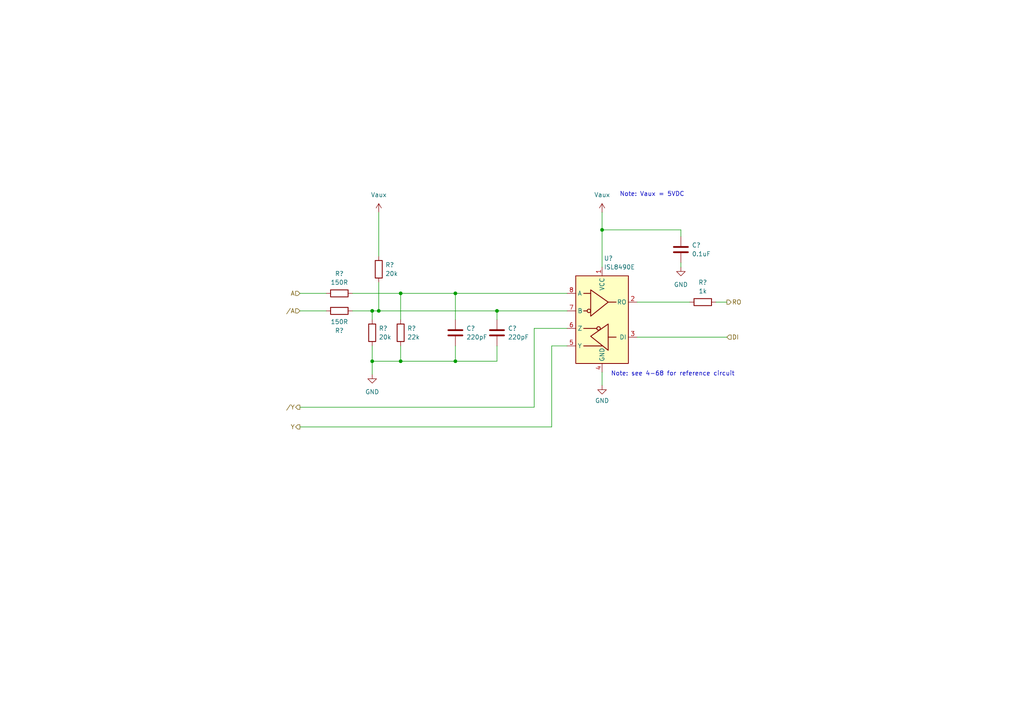
<source format=kicad_sch>
(kicad_sch (version 20211123) (generator eeschema)
  (paper "A4")
  (title_block (title "RS422 interface for SSI sensor") (date "2023-03-21") (company "EPFL Xplore") (comment 2 "Author: Vincent Nguyen"))
  (lib_symbols
    (symbol "0_power_symbols:Vaux" (power) (pin_names (offset 0))
      (property "Value" "Vaux" (at 0 3.556 0))
      (symbol "Vaux_0_1"
        (polyline (pts (xy -0.762 1.27) (xy 0 2.54)))
        (polyline (pts (xy 0 0) (xy 0 2.54)))
        (polyline (pts (xy 0 2.54) (xy 0.762 1.27)))
      )
      (symbol "Vaux_1_1"
        (pin power_in line (at 0 0 90) (length 0) hide (name "Vaux") (number "1"))
      )
    )
    (symbol "0_transceiver:ISL8490E"
      (property "Reference" "U" (at -6.985 -13.97 0))
      (property "Value" "ISL8490E" (at 5.08 13.97 0))
      (symbol "ISL8490E_0_1"
        (rectangle (start -7.62 12.7) (end 7.62 -12.7) (stroke (width 0.254)) (fill (type background)))
        (polyline (pts (xy -1.778 -5.08) (xy -4.064 -5.08)) (stroke (width 0.254)))
        (polyline (pts (xy -1.778 5.08) (xy -4.064 5.08)) (stroke (width 0.254)))
        (polyline (pts (xy 0 -7.62) (xy 5.334 -7.62)) (stroke (width 0.254)))
        (polyline (pts (xy 1.524 -2.54) (xy 5.334 -2.54)) (stroke (width 0.254)))
        (polyline (pts (xy 3.302 7.62) (xy 5.334 7.62)) (stroke (width 0.254)))
        (polyline (pts (xy 4.318 2.54) (xy 5.334 2.54)) (stroke (width 0.254)))
        (polyline (pts (xy -1.778 -5.08) (xy -1.778 -1.27) (xy 3.302 -4.826) (xy -1.778 -8.89) (xy -1.778 -5.08)) (stroke (width 0.254)))
        (circle (center 1.016 -2.54) (radius 0.508) (stroke (width 0.254)))
      )
      (symbol "ISL8490E_1_1"
        (polyline (pts (xy 3.302 4.826) (xy 3.302 8.636) (xy -1.778 5.08) (xy 3.302 1.016) (xy 3.302 4.826)) (stroke (width 0.254)))
        (circle (center 3.81 2.54) (radius 0.508) (stroke (width 0.254)))
        (pin power_in line (at 0 15.24 270) (length 2.54) (name "VCC") (number "1"))
        (pin output line (at -10.16 5.08 0) (length 2.54) (name "RO") (number "2"))
        (pin input line (at -10.16 -5.08 0) (length 2.54) (name "DI") (number "3"))
        (pin power_in line (at 0 -15.24 90) (length 2.54) (name "GND") (number "4"))
        (pin output line (at 10.16 -7.62 180) (length 2.54) (name "Y") (number "5"))
        (pin output line (at 10.16 -2.54 180) (length 2.54) (name "Z") (number "6"))
        (pin input line (at 10.16 2.54 180) (length 2.54) (name "B") (number "7"))
        (pin input line (at 10.16 7.62 180) (length 2.54) (name "A") (number "8"))
      )
    )
    (symbol "Device:C" (pin_numbers hide) (pin_names (offset 0.254))
      (property "Reference" "C" (at 0.635 2.54 0))
      (property "Value" "C" (at 0.635 -2.54 0))
      (symbol "C_0_1"
        (polyline (pts (xy -2.032 -0.762) (xy 2.032 -0.762)) (stroke (width 0.508)))
        (polyline (pts (xy -2.032 0.762) (xy 2.032 0.762)) (stroke (width 0.508)))
      )
      (symbol "C_1_1"
        (pin passive line (at 0 3.81 270) (length 2.794) (name "~") (number "1"))
        (pin passive line (at 0 -3.81 90) (length 2.794) (name "~") (number "2"))
      )
    )
    (symbol "Device:R" (pin_numbers hide) (pin_names (offset 0))
      (property "Reference" "R" (at 2.032 0 90))
      (property "Value" "R" (at 0 0 90))
      (symbol "R_0_1"
        (rectangle (start -1.016 -2.54) (end 1.016 2.54) (stroke (width 0.254)))
      )
      (symbol "R_1_1"
        (pin passive line (at 0 3.81 270) (length 1.27) (name "~") (number "1"))
        (pin passive line (at 0 -3.81 90) (length 1.27) (name "~") (number "2"))
      )
    )
    (symbol "power:GND" (power) (pin_names (offset 0))
      (property "Value" "GND" (at 0 -3.81 0))
      (symbol "GND_0_1"
        (polyline (pts (xy 0 0) (xy 0 -1.27) (xy 1.27 -1.27) (xy 0 -2.54) (xy -1.27 -1.27) (xy 0 -1.27)))
      )
      (symbol "GND_1_1"
        (pin power_in line (at 0 0 270) (length 0) hide (name "GND") (number "1"))
      )
    )
  )
  (junction (at 109.855 90.17))
  (junction (at 132.08 85.09))
  (junction (at 132.08 104.775))
  (junction (at 107.95 90.17))
  (junction (at 116.205 85.09))
  (junction (at 144.145 90.17))
  (junction (at 116.205 104.775))
  (junction (at 174.625 66.675))
  (junction (at 107.95 104.775))
  (wire (pts (xy 116.205 85.09) (xy 132.08 85.09)))
  (wire (pts (xy 116.205 85.09) (xy 116.205 92.71)))
  (wire (pts (xy 160.02 100.33) (xy 160.02 123.825)))
  (wire (pts (xy 109.855 61.595) (xy 109.855 74.295)))
  (wire (pts (xy 132.08 85.09) (xy 132.08 92.71)))
  (wire (pts (xy 197.485 66.675) (xy 174.625 66.675)))
  (wire (pts (xy 86.995 123.825) (xy 160.02 123.825)))
  (wire (pts (xy 154.94 95.25) (xy 154.94 118.11)))
  (wire (pts (xy 132.08 100.33) (xy 132.08 104.775)))
  (wire (pts (xy 107.95 104.775) (xy 107.95 108.585)))
  (wire (pts (xy 174.625 111.76) (xy 174.625 107.95)))
  (wire (pts (xy 144.145 90.17) (xy 144.145 92.71)))
  (wire (pts (xy 132.08 85.09) (xy 164.465 85.09)))
  (wire (pts (xy 184.785 87.63) (xy 200.025 87.63)))
  (wire (pts (xy 109.855 81.915) (xy 109.855 90.17)))
  (wire (pts (xy 164.465 95.25) (xy 154.94 95.25)))
  (wire (pts (xy 132.08 104.775) (xy 144.145 104.775)))
  (wire (pts (xy 207.645 87.63) (xy 210.82 87.63)))
  (wire (pts (xy 144.145 90.17) (xy 164.465 90.17)))
  (wire (pts (xy 116.205 104.775) (xy 132.08 104.775)))
  (wire (pts (xy 86.995 85.09) (xy 94.615 85.09)))
  (wire (pts (xy 109.855 90.17) (xy 144.145 90.17)))
  (wire (pts (xy 86.995 90.17) (xy 94.615 90.17)))
  (wire (pts (xy 144.145 104.775) (xy 144.145 100.33)))
  (wire (pts (xy 197.485 68.58) (xy 197.485 66.675)))
  (wire (pts (xy 107.95 104.775) (xy 116.205 104.775)))
  (wire (pts (xy 116.205 100.33) (xy 116.205 104.775)))
  (wire (pts (xy 197.485 77.47) (xy 197.485 76.2)))
  (wire (pts (xy 86.995 118.11) (xy 154.94 118.11)))
  (wire (pts (xy 102.235 90.17) (xy 107.95 90.17)))
  (wire (pts (xy 107.95 90.17) (xy 107.95 92.71)))
  (wire (pts (xy 107.95 100.33) (xy 107.95 104.775)))
  (wire (pts (xy 174.625 61.595) (xy 174.625 66.675)))
  (wire (pts (xy 174.625 66.675) (xy 174.625 77.47)))
  (wire (pts (xy 184.785 97.79) (xy 210.82 97.79)))
  (wire (pts (xy 107.95 90.17) (xy 109.855 90.17)))
  (wire (pts (xy 164.465 100.33) (xy 160.02 100.33)))
  (wire (pts (xy 102.235 85.09) (xy 116.205 85.09)))
  (text "Note: Vaux = 5VDC" (at 179.705 57.15 0) (effects (font (size 1.27 1.27)) (justify left bottom)))
  (text "Note: see 4-68 for reference circuit" (at 177.165 109.22 0) (effects (font (size 1.27 1.27)) (justify left bottom)))
  (hierarchical_label "{slash}A" (shape input) (at 86.995 90.17 180))
  (hierarchical_label "Y" (shape output) (at 86.995 123.825 180))
  (hierarchical_label "A" (shape input) (at 86.995 85.09 180))
  (hierarchical_label "RO" (shape output) (at 210.82 87.63 0))
  (hierarchical_label "{slash}Y" (shape output) (at 86.995 118.11 180))
  (hierarchical_label "DI" (shape input) (at 210.82 97.79 0))
  (symbol (lib_id "0_power_symbols:Vaux") (at 174.625 61.595 0) (unit 1)
    (property "Reference" "#PWR?" (effects hide))
    (property "Value" "Vaux" (at 174.625 56.515 0))
  )
  (symbol (lib_id "power:GND") (at 107.95 108.585 0) (unit 1)
    (property "Reference" "#PWR?" (effects hide))
    (property "Value" "GND" (at 107.95 113.665 0))
  )
  (symbol (lib_id "Device:C") (at 132.08 96.52 0) (unit 1)
    (property "Reference" "C?" (at 135.255 95.2499 0) (effects (justify left)))
    (property "Value" "220pF" (at 135.255 97.7899 0) (effects (justify left)))
  )
  (symbol (lib_id "0_power_symbols:Vaux") (at 109.855 61.595 0) (unit 1)
    (property "Reference" "#PWR?" (effects hide))
    (property "Value" "Vaux" (at 109.855 56.515 0))
  )
  (symbol (lib_id "Device:R") (at 116.205 96.52 0) (unit 1)
    (property "Reference" "R?" (at 118.11 95.2499 0) (effects (justify left)))
    (property "Value" "22k" (at 118.11 97.7899 0) (effects (justify left)))
  )
  (symbol (lib_id "power:GND") (at 174.625 111.76 0) (unit 1)
    (property "Reference" "#PWR?" (effects hide))
    (property "Value" "GND" (at 174.625 116.205 0))
  )
  (symbol (lib_id "Device:R") (at 109.855 78.105 0) (unit 1)
    (property "Reference" "R?" (at 111.76 76.8349 0) (effects (justify left)))
    (property "Value" "20k" (at 111.76 79.3749 0) (effects (justify left)))
  )
  (symbol (lib_id "Device:C") (at 144.145 96.52 0) (unit 1)
    (property "Reference" "C?" (at 147.32 95.2499 0) (effects (justify left)))
    (property "Value" "220pF" (at 147.32 97.7899 0) (effects (justify left)))
  )
  (symbol (lib_id "power:GND") (at 197.485 77.47 0) (unit 1)
    (property "Reference" "#PWR?" (effects hide))
    (property "Value" "GND" (at 197.485 82.55 0))
  )
  (symbol (lib_id "Device:R") (at 98.425 90.17 90) (mirror x) (unit 1)
    (property "Reference" "R?" (at 98.425 95.885 90))
    (property "Value" "150R" (at 98.425 93.345 90))
  )
  (symbol (lib_id "Device:C") (at 197.485 72.39 0) (unit 1)
    (property "Reference" "C?" (at 200.66 71.1199 0) (effects (justify left)))
    (property "Value" "0.1uF" (at 200.66 73.6599 0) (effects (justify left)))
  )
  (symbol (lib_id "Device:R") (at 98.425 85.09 90) (unit 1)
    (property "Reference" "R?" (at 98.425 79.375 90))
    (property "Value" "150R" (at 98.425 81.915 90))
  )
  (symbol (lib_id "Device:R") (at 107.95 96.52 0) (unit 1)
    (property "Reference" "R?" (at 109.855 95.2499 0) (effects (justify left)))
    (property "Value" "20k" (at 109.855 97.7899 0) (effects (justify left)))
  )
  (symbol (lib_id "0_transceiver:ISL8490E") (at 174.625 92.71 0) (mirror y) (unit 1)
    (property "Reference" "U?" (at 175.1456 74.93 0) (effects (justify right)))
    (property "Value" "ISL8490E" (at 175.1456 77.47 0) (effects (justify right)))
    (property "Footprint" "0_transceiver:ISL8490E-SOIC-8" (effects hide))
    (property "Datasheet" "https://www.mouser.ch/datasheet/2/698/REN_isl8488e_89e_90e_91e_DST_20220203-1998736.pdf" (effects hide))
  )
  (symbol (lib_id "Device:R") (at 203.835 87.63 90) (unit 1)
    (property "Reference" "R?" (at 203.835 81.915 90))
    (property "Value" "1k" (at 203.835 84.455 90))
  )
)
</source>
